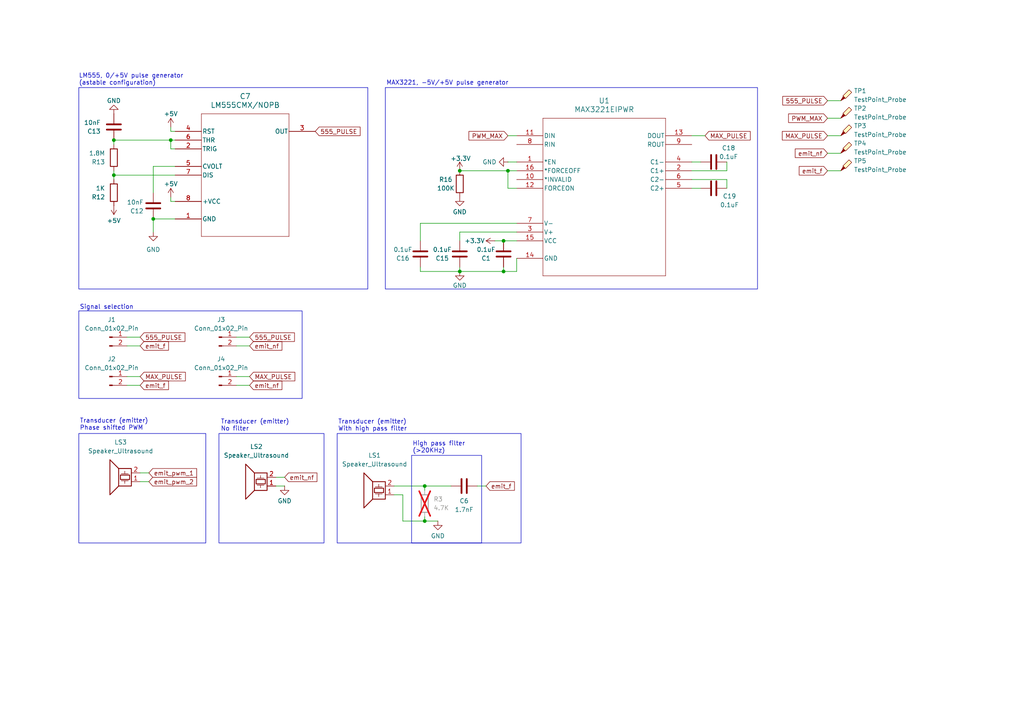
<source format=kicad_sch>
(kicad_sch (version 20231120) (generator "eeschema") (generator_version "8.0")
  (paper "A4")
  (lib_symbols
    (symbol "Connector:Conn_01x02_Pin" (pin_names (offset 1.016) hide)
      (property "Reference" "J" (at 0 2.54 0))
      (property "Value" "Conn_01x02_Pin" (at 0 -5.08 0))
      (symbol "Conn_01x02_Pin_1_1"
        (polyline (pts (xy 1.27 -2.54) (xy 0.8636 -2.54)) (stroke (width 0.1524)))
        (polyline (pts (xy 1.27 0) (xy 0.8636 0)) (stroke (width 0.1524)))
        (rectangle (start 0.8636 -2.413) (end 0 -2.667) (stroke (width 0.1524)) (fill (type outline)))
        (rectangle (start 0.8636 0.127) (end 0 -0.127) (stroke (width 0.1524)) (fill (type outline)))
        (pin passive line (at 5.08 0 180) (length 3.81) (name "Pin_1") (number "1"))
        (pin passive line (at 5.08 -2.54 180) (length 3.81) (name "Pin_2") (number "2"))
      )
    )
    (symbol "Connector:TestPoint_Probe" (pin_numbers hide) (pin_names (offset 0.762) hide)
      (property "Reference" "TP" (at 1.651 5.842 0))
      (property "Value" "TestPoint_Probe" (at 1.651 4.064 0))
      (symbol "TestPoint_Probe_0_1"
        (polyline (pts (xy 1.27 0.762) (xy 0 0) (xy 0.762 1.27) (xy 1.27 0.762)) (fill (type outline)))
        (polyline (pts (xy 1.397 0.635) (xy 0.635 1.397) (xy 2.413 3.175) (xy 3.175 2.413) (xy 1.397 0.635)) (fill (type background)))
      )
      (symbol "TestPoint_Probe_1_1"
        (pin passive line (at 0 0 90) (length 0) (name "1") (number "1"))
      )
    )
    (symbol "Device:C" (pin_numbers hide) (pin_names (offset 0.254))
      (property "Reference" "C" (at 0.635 2.54 0))
      (property "Value" "C" (at 0.635 -2.54 0))
      (symbol "C_0_1"
        (polyline (pts (xy -2.032 -0.762) (xy 2.032 -0.762)) (stroke (width 0.508)))
        (polyline (pts (xy -2.032 0.762) (xy 2.032 0.762)) (stroke (width 0.508)))
      )
      (symbol "C_1_1"
        (pin passive line (at 0 3.81 270) (length 2.794) (name "~") (number "1"))
        (pin passive line (at 0 -3.81 90) (length 2.794) (name "~") (number "2"))
      )
    )
    (symbol "Device:R" (pin_numbers hide) (pin_names (offset 0))
      (property "Reference" "R" (at 2.032 0 90))
      (property "Value" "R" (at 0 0 90))
      (symbol "R_0_1"
        (rectangle (start -1.016 -2.54) (end 1.016 2.54) (stroke (width 0.254)))
      )
      (symbol "R_1_1"
        (pin passive line (at 0 3.81 270) (length 1.27) (name "~") (number "1"))
        (pin passive line (at 0 -3.81 90) (length 1.27) (name "~") (number "2"))
      )
    )
    (symbol "Device:Speaker_Ultrasound" (pin_names (offset 0) hide)
      (property "Reference" "LS" (at 0.635 5.715 0))
      (property "Value" "Speaker_Ultrasound" (at 0.635 3.81 0))
      (symbol "Speaker_Ultrasound_0_0"
        (rectangle (start -2.54 1.27) (end 1.143 -3.81) (stroke (width 0.254)))
        (rectangle (start -2.032 -0.635) (end 0.635 -1.905) (stroke (width 0.254)))
        (polyline (pts (xy -1.651 -2.286) (xy 0.381 -2.286)))
        (polyline (pts (xy -1.651 -0.254) (xy 0.381 -0.254)))
        (polyline (pts (xy -0.635 -2.286) (xy -0.635 -3.048)))
        (polyline (pts (xy -0.635 -0.254) (xy -0.635 0.508)))
        (polyline (pts (xy 1.143 1.27) (xy 3.683 3.81) (xy 3.683 -6.35) (xy 1.143 -3.81)) (stroke (width 0.254)))
      )
      (symbol "Speaker_Ultrasound_1_1"
        (pin input line (at -5.08 0 0) (length 2.54) (name "1") (number "1"))
        (pin input line (at -5.08 -2.54 0) (length 2.54) (name "2") (number "2"))
      )
    )
    (symbol "LM555CMX-NOPB:LM555CMX_NOPB" (pin_names (offset 0.254))
      (property "Value" "LM555CMX/NOPB" (at 20.32 7.62 0))
      (symbol "LM555CMX_NOPB_0_1"
        (polyline (pts (xy 7.62 -30.48) (xy 33.02 -30.48)) (stroke (width 0.127)))
        (polyline (pts (xy 7.62 5.08) (xy 7.62 -30.48)) (stroke (width 0.127)))
        (polyline (pts (xy 33.02 -30.48) (xy 33.02 5.08)) (stroke (width 0.127)))
        (polyline (pts (xy 33.02 5.08) (xy 7.62 5.08)) (stroke (width 0.127)))
        (pin power_in line (at 0 -25.4 0) (length 7.62) (name "GND") (number "1"))
        (pin input line (at 0 -5.08 0) (length 7.62) (name "TRIG") (number "2"))
        (pin output line (at 40.64 0 180) (length 7.62) (name "OUT") (number "3"))
        (pin input line (at 0 0 0) (length 7.62) (name "RST") (number "4"))
        (pin passive line (at 0 -10.16 0) (length 7.62) (name "CVOLT") (number "5"))
        (pin input line (at 0 -2.54 0) (length 7.62) (name "THR") (number "6"))
        (pin unspecified line (at 0 -12.7 0) (length 7.62) (name "DIS") (number "7"))
        (pin power_in line (at 0 -20.32 0) (length 7.62) (name "+VCC") (number "8"))
      )
    )
    (symbol "MAX3221EIPWR:MAX3221EIPWR" (pin_names (offset 0.254))
      (property "Reference" "U" (at 25.4 10.16 0))
      (property "Value" "MAX3221EIPWR" (at 25.4 7.62 0))
      (symbol "MAX3221EIPWR_0_1"
        (polyline (pts (xy 7.62 -40.64) (xy 43.18 -40.64)) (stroke (width 0.127)))
        (polyline (pts (xy 7.62 5.08) (xy 7.62 -40.64)) (stroke (width 0.127)))
        (polyline (pts (xy 43.18 -40.64) (xy 43.18 5.08)) (stroke (width 0.127)))
        (polyline (pts (xy 43.18 5.08) (xy 7.62 5.08)) (stroke (width 0.127)))
        (pin unspecified line (at 0 -7.62 0) (length 7.62) (name "*EN") (number "1"))
        (pin unspecified line (at 0 -12.7 0) (length 7.62) (name "*INVALID") (number "10"))
        (pin input line (at 0 0 0) (length 7.62) (name "DIN") (number "11"))
        (pin unspecified line (at 0 -15.24 0) (length 7.62) (name "FORCEON") (number "12"))
        (pin output line (at 50.8 0 180) (length 7.62) (name "DOUT") (number "13"))
        (pin power_in line (at 0 -35.56 0) (length 7.62) (name "GND") (number "14"))
        (pin power_in line (at 0 -30.48 0) (length 7.62) (name "VCC") (number "15"))
        (pin unspecified line (at 0 -10.16 0) (length 7.62) (name "*FORCEOFF") (number "16"))
        (pin unspecified line (at 50.8 -10.16 180) (length 7.62) (name "C1+") (number "2"))
        (pin power_in line (at 0 -27.94 0) (length 7.62) (name "V+") (number "3"))
        (pin unspecified line (at 50.8 -7.62 180) (length 7.62) (name "C1-") (number "4"))
        (pin unspecified line (at 50.8 -15.24 180) (length 7.62) (name "C2+") (number "5"))
        (pin unspecified line (at 50.8 -12.7 180) (length 7.62) (name "C2-") (number "6"))
        (pin power_in line (at 0 -25.4 0) (length 7.62) (name "V-") (number "7"))
        (pin input line (at 0 -2.54 0) (length 7.62) (name "RIN") (number "8"))
        (pin output line (at 50.8 -2.54 180) (length 7.62) (name "ROUT") (number "9"))
      )
    )
    (symbol "power:+3.3V" (power) (pin_numbers hide) (pin_names (offset 0) hide)
      (property "Value" "+3.3V" (at 0 3.556 0))
      (symbol "+3.3V_0_1"
        (polyline (pts (xy -0.762 1.27) (xy 0 2.54)))
        (polyline (pts (xy 0 0) (xy 0 2.54)))
        (polyline (pts (xy 0 2.54) (xy 0.762 1.27)))
      )
      (symbol "+3.3V_1_1"
        (pin power_in line (at 0 0 90) (length 0) (name "~") (number "1"))
      )
    )
    (symbol "power:+5V" (power) (pin_numbers hide) (pin_names (offset 0) hide)
      (property "Value" "+5V" (at 0 3.556 0))
      (symbol "+5V_0_1"
        (polyline (pts (xy -0.762 1.27) (xy 0 2.54)))
        (polyline (pts (xy 0 0) (xy 0 2.54)))
        (polyline (pts (xy 0 2.54) (xy 0.762 1.27)))
      )
      (symbol "+5V_1_1"
        (pin power_in line (at 0 0 90) (length 0) (name "~") (number "1"))
      )
    )
    (symbol "power:GND" (power) (pin_numbers hide) (pin_names (offset 0) hide)
      (property "Value" "GND" (at 0 -3.81 0))
      (symbol "GND_0_1"
        (polyline (pts (xy 0 0) (xy 0 -1.27) (xy 1.27 -1.27) (xy 0 -2.54) (xy -1.27 -1.27) (xy 0 -1.27)))
      )
      (symbol "GND_1_1"
        (pin power_in line (at 0 0 270) (length 0) (name "~") (number "1"))
      )
    )
  )
  (junction (at 44.45 63.5))
  (junction (at 123.19 151.13))
  (junction (at 49.53 40.64))
  (junction (at 33.02 40.64))
  (junction (at 123.19 140.97))
  (junction (at 146.05 69.85))
  (junction (at 133.35 49.53))
  (junction (at 147.32 49.53))
  (junction (at 133.35 78.74))
  (junction (at 146.05 78.74))
  (junction (at 33.02 50.8))
  (wire (pts (xy 44.45 63.5) (xy 50.8 63.5)))
  (wire (pts (xy 210.82 52.07) (xy 210.82 54.61)))
  (wire (pts (xy 33.02 49.53) (xy 33.02 50.8)))
  (wire (pts (xy 146.05 77.47) (xy 146.05 78.74)))
  (wire (pts (xy 40.64 139.7) (xy 43.18 139.7)))
  (wire (pts (xy 33.02 50.8) (xy 50.8 50.8)))
  (wire (pts (xy 44.45 67.31) (xy 44.45 63.5)))
  (wire (pts (xy 116.84 143.51) (xy 116.84 151.13)))
  (wire (pts (xy 49.53 58.42) (xy 50.8 58.42)))
  (wire (pts (xy 149.86 74.93) (xy 149.86 78.74)))
  (wire (pts (xy 146.05 78.74) (xy 133.35 78.74)))
  (wire (pts (xy 210.82 49.53) (xy 200.66 49.53)))
  (wire (pts (xy 200.66 52.07) (xy 210.82 52.07)))
  (wire (pts (xy 123.19 140.97) (xy 130.81 140.97)))
  (wire (pts (xy 123.19 151.13) (xy 127 151.13)))
  (wire (pts (xy 147.32 49.53) (xy 149.86 49.53)))
  (wire (pts (xy 146.05 69.85) (xy 149.86 69.85)))
  (wire (pts (xy 210.82 46.99) (xy 210.82 49.53)))
  (wire (pts (xy 36.83 111.76) (xy 40.64 111.76)))
  (wire (pts (xy 49.53 57.15) (xy 49.53 58.42)))
  (wire (pts (xy 44.45 48.26) (xy 50.8 48.26)))
  (wire (pts (xy 68.58 111.76) (xy 72.39 111.76)))
  (wire (pts (xy 80.01 140.97) (xy 82.55 140.97)))
  (wire (pts (xy 121.92 64.77) (xy 149.86 64.77)))
  (wire (pts (xy 123.19 149.86) (xy 123.19 151.13)))
  (wire (pts (xy 133.35 67.31) (xy 149.86 67.31)))
  (wire (pts (xy 121.92 77.47) (xy 121.92 78.74)))
  (wire (pts (xy 240.03 29.21) (xy 243.84 29.21)))
  (wire (pts (xy 114.3 143.51) (xy 116.84 143.51)))
  (wire (pts (xy 49.53 43.18) (xy 49.53 40.64)))
  (wire (pts (xy 147.32 54.61) (xy 149.86 54.61)))
  (wire (pts (xy 33.02 52.07) (xy 33.02 50.8)))
  (wire (pts (xy 33.02 41.91) (xy 33.02 40.64)))
  (wire (pts (xy 121.92 78.74) (xy 133.35 78.74)))
  (wire (pts (xy 203.2 46.99) (xy 200.66 46.99)))
  (wire (pts (xy 116.84 151.13) (xy 123.19 151.13)))
  (wire (pts (xy 36.83 109.22) (xy 40.64 109.22)))
  (wire (pts (xy 133.35 49.53) (xy 147.32 49.53)))
  (wire (pts (xy 49.53 38.1) (xy 50.8 38.1)))
  (wire (pts (xy 49.53 36.83) (xy 49.53 38.1)))
  (wire (pts (xy 114.3 140.97) (xy 123.19 140.97)))
  (wire (pts (xy 147.32 49.53) (xy 147.32 54.61)))
  (wire (pts (xy 40.64 137.16) (xy 43.18 137.16)))
  (wire (pts (xy 147.32 46.99) (xy 149.86 46.99)))
  (wire (pts (xy 140.97 140.97) (xy 138.43 140.97)))
  (wire (pts (xy 44.45 55.88) (xy 44.45 48.26)))
  (wire (pts (xy 240.03 49.53) (xy 243.84 49.53)))
  (wire (pts (xy 240.03 39.37) (xy 243.84 39.37)))
  (wire (pts (xy 68.58 97.79) (xy 72.39 97.79)))
  (wire (pts (xy 200.66 39.37) (xy 204.47 39.37)))
  (wire (pts (xy 36.83 100.33) (xy 40.64 100.33)))
  (wire (pts (xy 149.86 78.74) (xy 146.05 78.74)))
  (wire (pts (xy 240.03 34.29) (xy 243.84 34.29)))
  (wire (pts (xy 143.51 69.85) (xy 146.05 69.85)))
  (wire (pts (xy 200.66 54.61) (xy 203.2 54.61)))
  (wire (pts (xy 50.8 43.18) (xy 49.53 43.18)))
  (wire (pts (xy 240.03 44.45) (xy 243.84 44.45)))
  (wire (pts (xy 123.19 140.97) (xy 123.19 142.24)))
  (wire (pts (xy 133.35 77.47) (xy 133.35 78.74)))
  (wire (pts (xy 147.32 39.37) (xy 149.86 39.37)))
  (wire (pts (xy 49.53 40.64) (xy 50.8 40.64)))
  (wire (pts (xy 68.58 109.22) (xy 72.39 109.22)))
  (wire (pts (xy 121.92 64.77) (xy 121.92 69.85)))
  (wire (pts (xy 133.35 67.31) (xy 133.35 69.85)))
  (wire (pts (xy 36.83 97.79) (xy 40.64 97.79)))
  (wire (pts (xy 33.02 40.64) (xy 49.53 40.64)))
  (wire (pts (xy 68.58 100.33) (xy 72.39 100.33)))
  (wire (pts (xy 82.55 138.43) (xy 80.01 138.43)))
  (rectangle (start 63.5 125.73) (end 93.98 157.48))
  (rectangle (start 97.79 125.73) (end 151.13 157.48))
  (rectangle (start 22.86 25.4) (end 106.68 83.82))
  (rectangle (start 22.86 125.73) (end 59.69 157.48))
  (rectangle (start 111.76 25.4) (end 219.71 83.82))
  (rectangle (start 119.38 132.08) (end 139.7 157.48))
  (rectangle (start 22.86 90.17) (end 87.63 115.57))
  (text "Transducer (emitter)\nNo filter" (at 64.008 123.444 0) (effects (font (size 1.27 1.27)) (justify left)))
  (text "Signal selection" (at 23.114 89.154 0) (effects (font (size 1.27 1.27)) (justify left)))
  (text "LM555, 0/+5V pulse generator\n(astable configuration)\n" (at 22.86 23.114 0) (effects (font (size 1.27 1.27)) (justify left)))
  (text "MAX3221, -5V/+5V pulse generator" (at 112.014 24.13 0) (effects (font (size 1.27 1.27)) (justify left)))
  (text "High pass filter\n(>20KHz)" (at 119.634 129.794 0) (effects (font (size 1.27 1.27)) (justify left)))
  (text "Transducer (emitter)\nPhase shifted PWM" (at 23.114 123.19 0) (effects (font (size 1.27 1.27)) (justify left)))
  (text "Transducer (emitter)\nWith high pass filter" (at 98.044 123.444 0) (effects (font (size 1.27 1.27)) (justify left)))
  (global_label "MAX_PULSE" (shape input) (at 40.64 109.22 0) (property "Intersheetrefs" "${INTERSHEET_REFS}" (effects (hide yes))))
  (global_label "PWM_MAX" (shape input) (at 147.32 39.37 180) (property "Intersheetrefs" "${INTERSHEET_REFS}" (effects (hide yes))))
  (global_label "emit_nf" (shape input) (at 82.55 138.43 0) (property "Intersheetrefs" "${INTERSHEET_REFS}" (effects (hide yes))))
  (global_label "555_PULSE" (shape input) (at 40.64 97.79 0) (property "Intersheetrefs" "${INTERSHEET_REFS}" (effects (hide yes))))
  (global_label "555_PULSE" (shape input) (at 240.03 29.21 180) (property "Intersheetrefs" "${INTERSHEET_REFS}" (effects (hide yes))))
  (global_label "MAX_PULSE" (shape input) (at 204.47 39.37 0) (property "Intersheetrefs" "${INTERSHEET_REFS}" (effects (hide yes))))
  (global_label "555_PULSE" (shape input) (at 91.44 38.1 0) (property "Intersheetrefs" "${INTERSHEET_REFS}" (effects (hide yes))))
  (global_label "555_PULSE" (shape input) (at 72.39 97.79 0) (property "Intersheetrefs" "${INTERSHEET_REFS}" (effects (hide yes))))
  (global_label "emit_f" (shape input) (at 140.97 140.97 0) (property "Intersheetrefs" "${INTERSHEET_REFS}" (effects (hide yes))))
  (global_label "emit_pwm_1" (shape input) (at 43.18 137.16 0) (property "Intersheetrefs" "${INTERSHEET_REFS}" (effects (hide yes))))
  (global_label "PWM_MAX" (shape input) (at 240.03 34.29 180) (property "Intersheetrefs" "${INTERSHEET_REFS}" (effects (hide yes))))
  (global_label "emit_f" (shape input) (at 40.64 111.76 0) (property "Intersheetrefs" "${INTERSHEET_REFS}" (effects (hide yes))))
  (global_label "emit_nf" (shape input) (at 240.03 44.45 180) (property "Intersheetrefs" "${INTERSHEET_REFS}" (effects (hide yes))))
  (global_label "emit_nf" (shape input) (at 72.39 111.76 0) (property "Intersheetrefs" "${INTERSHEET_REFS}" (effects (hide yes))))
  (global_label "MAX_PULSE" (shape input) (at 240.03 39.37 180) (property "Intersheetrefs" "${INTERSHEET_REFS}" (effects (hide yes))))
  (global_label "emit_f" (shape input) (at 40.64 100.33 0) (property "Intersheetrefs" "${INTERSHEET_REFS}" (effects (hide yes))))
  (global_label "emit_pwm_2" (shape input) (at 43.18 139.7 0) (property "Intersheetrefs" "${INTERSHEET_REFS}" (effects (hide yes))))
  (global_label "emit_nf" (shape input) (at 72.39 100.33 0) (property "Intersheetrefs" "${INTERSHEET_REFS}" (effects (hide yes))))
  (global_label "emit_f" (shape input) (at 240.03 49.53 180) (property "Intersheetrefs" "${INTERSHEET_REFS}" (effects (hide yes))))
  (global_label "MAX_PULSE" (shape input) (at 72.39 109.22 0) (property "Intersheetrefs" "${INTERSHEET_REFS}" (effects (hide yes))))
  (symbol (lib_id "power:GND") (at 33.02 33.02 180) (unit 1)
    (property "Reference" "#PWR020" (effects (hide yes)))
    (property "Value" "GND" (at 33.02 29.21 0))
    (property "Description" "Power symbol creates a global label with name \"GND\" , ground" (effects (hide yes)))
  )
  (symbol (lib_id "power:GND") (at 44.45 67.31 0) (unit 1)
    (property "Reference" "#PWR015" (effects (hide yes)))
    (property "Value" "GND" (at 44.45 72.39 0))
    (property "Description" "Power symbol creates a global label with name \"GND\" , ground" (effects (hide yes)))
  )
  (symbol (lib_id "Device:C") (at 121.92 73.66 180) (unit 1)
    (property "Reference" "C16" (at 116.84 74.93 0))
    (property "Value" "0.1uF" (at 116.84 72.39 0))
    (property "Footprint" "Capacitor_THT:C_Disc_D3.0mm_W1.6mm_P2.50mm" (effects (hide yes)))
    (property "Description" "Unpolarized capacitor" (effects (hide yes)))
  )
  (symbol (lib_id "Device:R") (at 123.19 146.05 0) (unit 1) (dnp yes)
    (property "Reference" "R3" (at 125.73 144.7799 0) (effects (justify left)))
    (property "Value" "4.7K" (at 125.73 147.3199 0) (effects (justify left)))
    (property "Footprint" "Resistor_THT:R_Axial_DIN0204_L3.6mm_D1.6mm_P5.08mm_Horizontal" (effects (hide yes)))
    (property "Description" "Resistor" (effects (hide yes)))
  )
  (symbol (lib_id "power:GND") (at 82.55 140.97 0) (unit 1)
    (property "Reference" "#PWR08" (effects (hide yes)))
    (property "Value" "GND" (at 84.582 145.288 0) (effects (justify right)))
    (property "Description" "Power symbol creates a global label with name \"GND\" , ground" (effects (hide yes)))
  )
  (symbol (lib_id "Device:R") (at 33.02 45.72 180) (unit 1)
    (property "Reference" "R13" (at 30.48 46.9901 0) (effects (justify left)))
    (property "Value" "1.8M" (at 30.48 44.4501 0) (effects (justify left)))
    (property "Footprint" "Resistor_THT:R_Axial_DIN0204_L3.6mm_D1.6mm_P5.08mm_Horizontal" (effects (hide yes)))
    (property "Description" "Resistor" (effects (hide yes)))
  )
  (symbol (lib_id "power:+3.3V") (at 143.51 69.85 90) (unit 1)
    (property "Reference" "#PWR026" (effects (hide yes)))
    (property "Value" "+3.3V" (at 137.668 69.85 90))
    (property "Description" "Power symbol creates a global label with name \"+3.3V\"" (effects (hide yes)))
  )
  (symbol (lib_id "power:GND") (at 127 151.13 0) (unit 1)
    (property "Reference" "#PWR07" (effects (hide yes)))
    (property "Value" "GND" (at 129.032 155.448 0) (effects (justify right)))
    (property "Description" "Power symbol creates a global label with name \"GND\" , ground" (effects (hide yes)))
  )
  (symbol (lib_id "Device:C") (at 33.02 36.83 180) (unit 1)
    (property "Reference" "C13" (at 29.21 38.1001 0) (effects (justify left)))
    (property "Value" "10nF" (at 29.21 35.5601 0) (effects (justify left)))
    (property "Footprint" "Capacitor_THT:C_Disc_D3.0mm_W1.6mm_P2.50mm" (effects (hide yes)))
    (property "Description" "Unpolarized capacitor" (effects (hide yes)))
  )
  (symbol (lib_id "Device:C") (at 133.35 73.66 180) (unit 1)
    (property "Reference" "C15" (at 128.27 74.93 0))
    (property "Value" "0.1uF" (at 128.27 72.39 0))
    (property "Footprint" "Capacitor_THT:C_Disc_D3.0mm_W1.6mm_P2.50mm" (effects (hide yes)))
    (property "Description" "Unpolarized capacitor" (effects (hide yes)))
  )
  (symbol (lib_id "Device:C") (at 207.01 54.61 90) (unit 1)
    (property "Reference" "C19" (at 211.582 56.896 90))
    (property "Value" "0.1uF" (at 211.582 59.436 90))
    (property "Footprint" "Capacitor_THT:C_Disc_D3.0mm_W1.6mm_P2.50mm" (effects (hide yes)))
    (property "Description" "Unpolarized capacitor" (effects (hide yes)))
  )
  (symbol (lib_id "power:GND") (at 133.35 57.15 0) (unit 1)
    (property "Reference" "#PWR024" (effects (hide yes)))
    (property "Value" "GND" (at 135.382 61.468 0) (effects (justify right)))
    (property "Description" "Power symbol creates a global label with name \"GND\" , ground" (effects (hide yes)))
  )
  (symbol (lib_id "Connector:Conn_01x02_Pin") (at 63.5 97.79 0) (unit 1)
    (property "Reference" "J3" (at 64.135 92.71 0))
    (property "Value" "Conn_01x02_Pin" (at 64.135 95.25 0))
    (property "Footprint" "Connector_PinHeader_2.54mm:PinHeader_1x02_P2.54mm_Vertical" (effects (hide yes)))
    (property "Description" "Generic connector, single row, 01x02, script generated" (effects (hide yes)))
  )
  (symbol (lib_id "Connector:Conn_01x02_Pin") (at 31.75 109.22 0) (unit 1)
    (property "Reference" "J2" (at 32.385 104.14 0))
    (property "Value" "Conn_01x02_Pin" (at 32.385 106.68 0))
    (property "Footprint" "Connector_PinHeader_2.54mm:PinHeader_1x02_P2.54mm_Vertical" (effects (hide yes)))
    (property "Description" "Generic connector, single row, 01x02, script generated" (effects (hide yes)))
  )
  (symbol (lib_id "Connector:TestPoint_Probe") (at 243.84 39.37 0) (unit 1)
    (property "Reference" "TP3" (at 247.65 36.5124 0) (effects (justify left)))
    (property "Value" "TestPoint_Probe" (at 247.65 39.0524 0) (effects (justify left)))
    (property "Footprint" "TestPoint:TestPoint_THTPad_1.0x1.0mm_Drill0.5mm" (effects (hide yes)))
    (property "Description" "test point (alternative probe-style design)" (effects (hide yes)))
  )
  (symbol (lib_id "Device:Speaker_Ultrasound") (at 109.22 143.51 180) (unit 1)
    (property "Reference" "LS1" (at 108.6485 132.08 0))
    (property "Value" "Speaker_Ultrasound" (at 108.6485 134.62 0))
    (property "Footprint" "Connector_PinHeader_2.54mm:PinHeader_1x02_P2.54mm_Vertical" (effects (hide yes)))
    (property "Description" "Ultrasonic transducer" (effects (hide yes)))
  )
  (symbol (lib_id "Device:C") (at 207.01 46.99 90) (unit 1)
    (property "Reference" "C18" (at 211.328 42.926 90))
    (property "Value" "0.1uF" (at 211.328 45.466 90))
    (property "Footprint" "Capacitor_THT:C_Disc_D3.0mm_W1.6mm_P2.50mm" (effects (hide yes)))
    (property "Description" "Unpolarized capacitor" (effects (hide yes)))
  )
  (symbol (lib_id "Device:R") (at 133.35 53.34 0) (unit 1)
    (property "Reference" "R16" (at 129.286 52.07 0))
    (property "Value" "100K" (at 129.286 54.61 0))
    (property "Footprint" "Resistor_THT:R_Axial_DIN0204_L3.6mm_D1.6mm_P5.08mm_Horizontal" (effects (hide yes)))
    (property "Description" "Resistor" (effects (hide yes)))
  )
  (symbol (lib_id "power:GND") (at 147.32 46.99 270) (unit 1)
    (property "Reference" "#PWR022" (effects (hide yes)))
    (property "Value" "GND" (at 144.018 46.99 90) (effects (justify right)))
    (property "Description" "Power symbol creates a global label with name \"GND\" , ground" (effects (hide yes)))
  )
  (symbol (lib_id "LM555CMX-NOPB:LM555CMX_NOPB") (at 50.8 38.1 0) (unit 1)
    (property "Reference" "C7" (at 71.12 27.94 0) (effects (font (size 1.524 1.524))))
    (property "Value" "LM555CMX/NOPB" (at 71.12 30.48 0) (effects (font (size 1.524 1.524))))
    (property "Footprint" "LM555CMX-NOPB:M08A-M" (effects (hide yes)))
    (property "Datasheet" "LM555CMX/NOPB" (effects (hide yes)))
  )
  (symbol (lib_id "MAX3221EIPWR:MAX3221EIPWR") (at 149.86 39.37 0) (unit 1)
    (property "Reference" "U1" (at 175.26 29.21 0) (effects (font (size 1.524 1.524))))
    (property "Value" "MAX3221EIPWR" (at 175.26 31.75 0) (effects (font (size 1.524 1.524))))
    (property "Footprint" "MAX3221EIPWR:PW16-M" (effects (hide yes)))
    (property "Datasheet" "MAX3221EIPWR" (effects (hide yes)))
  )
  (symbol (lib_id "Connector:Conn_01x02_Pin") (at 31.75 97.79 0) (unit 1)
    (property "Reference" "J1" (at 32.385 92.71 0))
    (property "Value" "Conn_01x02_Pin" (at 32.385 95.25 0))
    (property "Footprint" "Connector_PinHeader_2.54mm:PinHeader_1x02_P2.54mm_Vertical" (effects (hide yes)))
    (property "Description" "Generic connector, single row, 01x02, script generated" (effects (hide yes)))
  )
  (symbol (lib_id "Device:Speaker_Ultrasound") (at 35.56 139.7 180) (unit 1)
    (property "Reference" "LS3" (at 34.9885 128.27 0))
    (property "Value" "Speaker_Ultrasound" (at 34.9885 130.81 0))
    (property "Footprint" "Connector_PinHeader_2.54mm:PinHeader_1x02_P2.54mm_Vertical" (effects (hide yes)))
    (property "Description" "Ultrasonic transducer" (effects (hide yes)))
  )
  (symbol (lib_id "power:+5V") (at 49.53 57.15 0) (unit 1)
    (property "Reference" "#PWR01" (effects (hide yes)))
    (property "Value" "+5V" (at 47.498 53.34 0) (effects (justify left)))
    (property "Description" "Power symbol creates a global label with name \"+5V\"" (effects (hide yes)))
  )
  (symbol (lib_id "power:+3.3V") (at 133.35 49.53 0) (unit 1)
    (property "Reference" "#PWR023" (effects (hide yes)))
    (property "Value" "+3.3V" (at 133.604 45.974 0))
    (property "Description" "Power symbol creates a global label with name \"+3.3V\"" (effects (hide yes)))
  )
  (symbol (lib_id "Connector:TestPoint_Probe") (at 243.84 44.45 0) (unit 1)
    (property "Reference" "TP4" (at 247.65 41.5924 0) (effects (justify left)))
    (property "Value" "TestPoint_Probe" (at 247.65 44.1324 0) (effects (justify left)))
    (property "Footprint" "TestPoint:TestPoint_THTPad_1.0x1.0mm_Drill0.5mm" (effects (hide yes)))
    (property "Description" "test point (alternative probe-style design)" (effects (hide yes)))
  )
  (symbol (lib_id "Device:R") (at 33.02 55.88 180) (unit 1)
    (property "Reference" "R12" (at 30.48 57.1501 0) (effects (justify left)))
    (property "Value" "1K" (at 30.48 54.6101 0) (effects (justify left)))
    (property "Footprint" "Resistor_THT:R_Axial_DIN0204_L3.6mm_D1.6mm_P5.08mm_Horizontal" (effects (hide yes)))
    (property "Description" "Resistor" (effects (hide yes)))
  )
  (symbol (lib_id "Connector:TestPoint_Probe") (at 243.84 34.29 0) (unit 1)
    (property "Reference" "TP2" (at 247.65 31.4324 0) (effects (justify left)))
    (property "Value" "TestPoint_Probe" (at 247.65 33.9724 0) (effects (justify left)))
    (property "Footprint" "TestPoint:TestPoint_THTPad_1.0x1.0mm_Drill0.5mm" (effects (hide yes)))
    (property "Description" "test point (alternative probe-style design)" (effects (hide yes)))
  )
  (symbol (lib_id "Connector:TestPoint_Probe") (at 243.84 29.21 0) (unit 1)
    (property "Reference" "TP1" (at 247.65 26.3524 0) (effects (justify left)))
    (property "Value" "TestPoint_Probe" (at 247.65 28.8924 0) (effects (justify left)))
    (property "Footprint" "TestPoint:TestPoint_THTPad_1.0x1.0mm_Drill0.5mm" (effects (hide yes)))
    (property "Description" "test point (alternative probe-style design)" (effects (hide yes)))
  )
  (symbol (lib_id "power:+5V") (at 49.53 36.83 0) (unit 1)
    (property "Reference" "#PWR018" (effects (hide yes)))
    (property "Value" "+5V" (at 47.498 33.02 0) (effects (justify left)))
    (property "Description" "Power symbol creates a global label with name \"+5V\"" (effects (hide yes)))
  )
  (symbol (lib_id "Device:C") (at 146.05 73.66 180) (unit 1)
    (property "Reference" "C1" (at 140.97 74.93 0))
    (property "Value" "0.1uF" (at 140.97 72.39 0))
    (property "Footprint" "Capacitor_THT:C_Disc_D3.0mm_W1.6mm_P2.50mm" (effects (hide yes)))
    (property "Description" "Unpolarized capacitor" (effects (hide yes)))
  )
  (symbol (lib_id "Device:Speaker_Ultrasound") (at 74.93 140.97 180) (unit 1)
    (property "Reference" "LS2" (at 74.3585 129.54 0))
    (property "Value" "Speaker_Ultrasound" (at 74.3585 132.08 0))
    (property "Footprint" "Connector_PinHeader_2.54mm:PinHeader_1x02_P2.54mm_Vertical" (effects (hide yes)))
    (property "Description" "Ultrasonic transducer" (effects (hide yes)))
  )
  (symbol (lib_id "Connector:TestPoint_Probe") (at 243.84 49.53 0) (unit 1)
    (property "Reference" "TP5" (at 247.65 46.6724 0) (effects (justify left)))
    (property "Value" "TestPoint_Probe" (at 247.65 49.2124 0) (effects (justify left)))
    (property "Footprint" "TestPoint:TestPoint_THTPad_1.0x1.0mm_Drill0.5mm" (effects (hide yes)))
    (property "Description" "test point (alternative probe-style design)" (effects (hide yes)))
  )
  (symbol (lib_id "Connector:Conn_01x02_Pin") (at 63.5 109.22 0) (unit 1)
    (property "Reference" "J4" (at 64.135 104.14 0))
    (property "Value" "Conn_01x02_Pin" (at 64.135 106.68 0))
    (property "Footprint" "Connector_PinHeader_2.54mm:PinHeader_1x02_P2.54mm_Vertical" (effects (hide yes)))
    (property "Description" "Generic connector, single row, 01x02, script generated" (effects (hide yes)))
  )
  (symbol (lib_id "power:GND") (at 133.35 78.74 0) (unit 1)
    (property "Reference" "#PWR02" (effects (hide yes)))
    (property "Value" "GND" (at 135.382 82.804 0) (effects (justify right)))
    (property "Description" "Power symbol creates a global label with name \"GND\" , ground" (effects (hide yes)))
  )
  (symbol (lib_id "Device:C") (at 44.45 59.69 180) (unit 1)
    (property "Reference" "C12" (at 41.656 61.214 0) (effects (justify left)))
    (property "Value" "10nF" (at 41.656 58.674 0) (effects (justify left)))
    (property "Footprint" "Capacitor_THT:C_Disc_D3.0mm_W1.6mm_P2.50mm" (effects (hide yes)))
    (property "Description" "Unpolarized capacitor" (effects (hide yes)))
  )
  (symbol (lib_id "Device:C") (at 134.62 140.97 90) (unit 1)
    (property "Reference" "C6" (at 134.62 145.288 90))
    (property "Value" "1.7nF" (at 134.62 147.828 90))
    (property "Footprint" "Capacitor_THT:C_Disc_D3.0mm_W1.6mm_P2.50mm" (effects (hide yes)))
    (property "Description" "Unpolarized capacitor" (effects (hide yes)))
  )
  (symbol (lib_id "power:+5V") (at 33.02 59.69 180) (unit 1)
    (property "Reference" "#PWR017" (effects (hide yes)))
    (property "Value" "+5V" (at 33.02 64.008 0))
    (property "Description" "Power symbol creates a global label with name \"+5V\"" (effects (hide yes)))
  )
)
</source>
